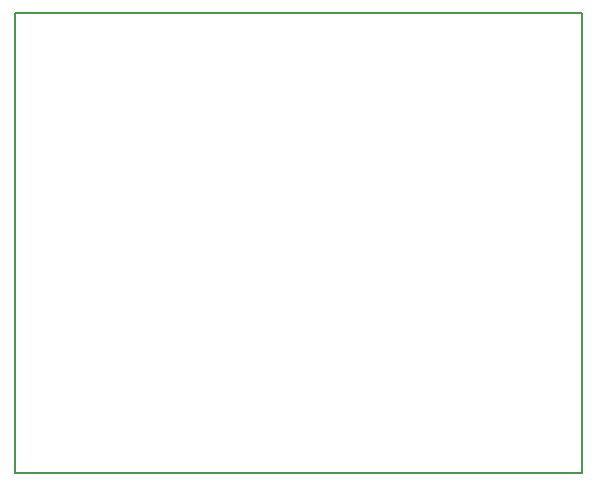
<source format=gbr>
G04 #@! TF.GenerationSoftware,KiCad,Pcbnew,(5.0.2)-1*
G04 #@! TF.CreationDate,2019-10-03T15:21:39+01:00*
G04 #@! TF.ProjectId,RS-485_FTDI,52532d34-3835-45f4-9654-44492e6b6963,rev?*
G04 #@! TF.SameCoordinates,Original*
G04 #@! TF.FileFunction,Profile,NP*
%FSLAX46Y46*%
G04 Gerber Fmt 4.6, Leading zero omitted, Abs format (unit mm)*
G04 Created by KiCad (PCBNEW (5.0.2)-1) date 03/10/2019 15:21:39*
%MOMM*%
%LPD*%
G01*
G04 APERTURE LIST*
%ADD10C,0.200000*%
G04 APERTURE END LIST*
D10*
X43000000Y-163000000D02*
X43000000Y-124000000D01*
X91000000Y-163000000D02*
X43000000Y-163000000D01*
X91000000Y-124000000D02*
X91000000Y-163000000D01*
X43000000Y-124000000D02*
X91000000Y-124000000D01*
M02*

</source>
